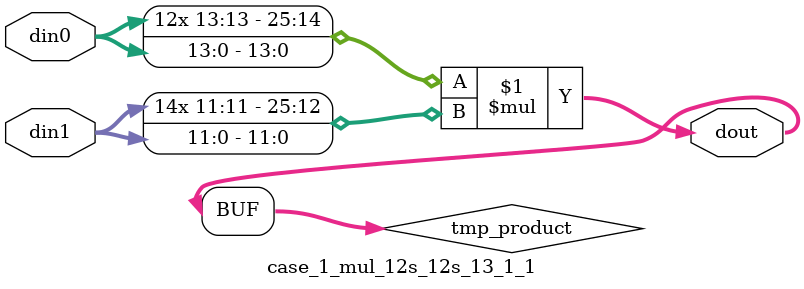
<source format=v>

`timescale 1 ns / 1 ps

 module case_1_mul_12s_12s_13_1_1(din0, din1, dout);
parameter ID = 1;
parameter NUM_STAGE = 0;
parameter din0_WIDTH = 14;
parameter din1_WIDTH = 12;
parameter dout_WIDTH = 26;

input [din0_WIDTH - 1 : 0] din0; 
input [din1_WIDTH - 1 : 0] din1; 
output [dout_WIDTH - 1 : 0] dout;

wire signed [dout_WIDTH - 1 : 0] tmp_product;



























assign tmp_product = $signed(din0) * $signed(din1);








assign dout = tmp_product;





















endmodule

</source>
